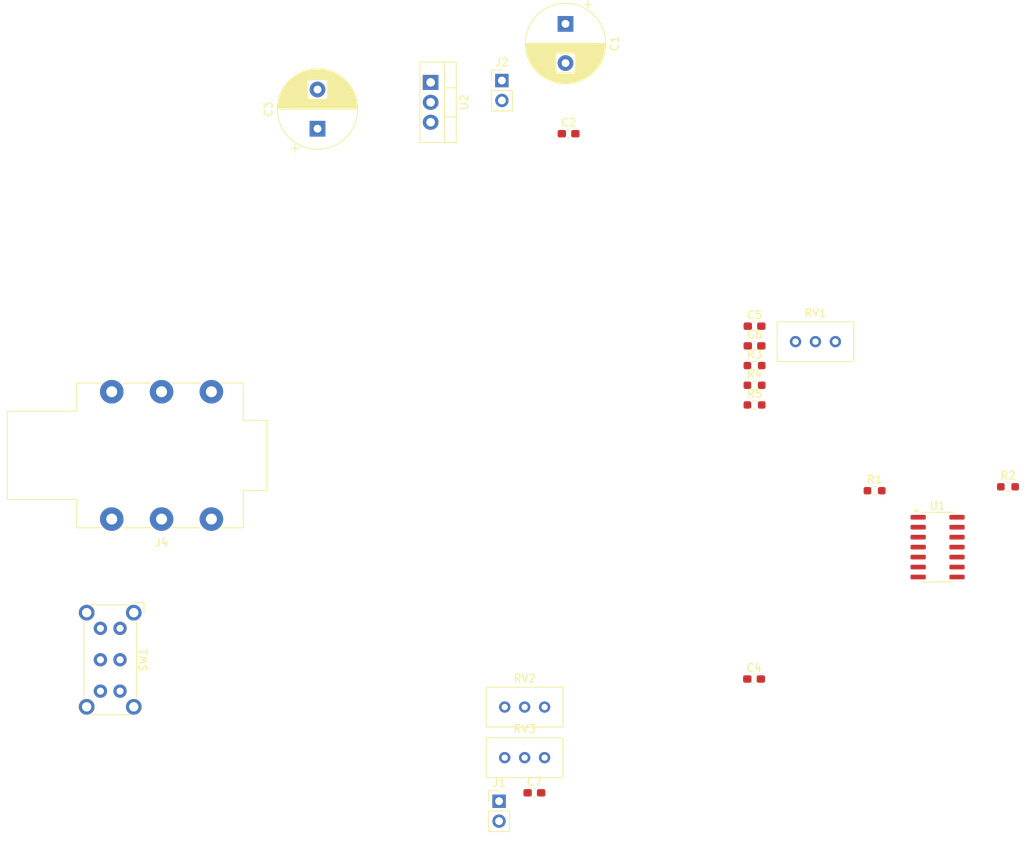
<source format=kicad_pcb>
(kicad_pcb (version 20240108) (generator "pcbnew") (generator_version "8.0")
  (layers (0 "F.Cu" signal) (31 "B.Cu" signal) (34 "B.Paste" user) (35 "F.Paste" user) (36 "B.SilkS" user "B.Silkscreen") (37 "F.SilkS" user "F.Silkscreen") (38 "B.Mask" user) (39 "F.Mask" user) (44 "Edge.Cuts" user))
  (net 0 "")
  (net 1 "Net-(J1-Pin_2)")
  (net 2 "/OscillatorVoltage")
  (net 3 "Net-(U1D-+)")
  (net 4 "5V")
  (net 5 "Net-(J2-Pin_2)")
  (net 6 "Net-(U1B-+)")
  (net 7 "Net-(J4-PadTN)")
  (net 8 "Net-(U1A-+)")
  (net 9 "Net-(R1-Pad2)")
  (net 10 "GND")
  (net 11 "Net-(J4-PadS)")
  (net 12 "Net-(J4-PadR)")
  (net 13 "Net-(U1C-+)")
  (net 14 "Net-(R2-Pad1)")
  (net 15 "VREF_HIGH")
  (net 16 "VREF_LOW")
  (footprint "Resistor_SMD:R_0603_1608Metric_Pad0.98x0.95mm_HandSolder" (layer "F.Cu") (at 141.5 94)
    (property "Reference" "R2" (at 0 -1.43 0) (layer "F.SilkS"))
    (property "Value" "100K")
    (pad "1" smd roundrect (at -0.9125 0) (size 0.975 0.95) (layers "F.Cu" "F.Paste" "F.Mask") (net 14 "Net-(R2-Pad1)"))
    (pad "2" smd roundrect (at 0.9125 0) (size 0.975 0.95) (layers "F.Cu" "F.Paste" "F.Mask") (net 8 "Net-(U1A-+)"))
  )
  (footprint "Resistor_SMD:R_0603_1608Metric_Pad0.98x0.95mm_HandSolder" (layer "F.Cu") (at 109.2 81.06)
    (property "Reference" "R4" (at 0 -1.43 0) (layer "F.SilkS"))
    (property "Value" "100")
    (pad "1" smd roundrect (at -0.9125 0) (size 0.975 0.95) (layers "F.Cu" "F.Paste" "F.Mask") (net 14 "Net-(R2-Pad1)"))
    (pad "2" smd roundrect (at 0.9125 0) (size 0.975 0.95) (layers "F.Cu" "F.Paste" "F.Mask") (net 4 "5V"))
  )
  (footprint "Capacitor_SMD:C_0603_1608Metric_Pad1.08x0.95mm_HandSolder" (layer "F.Cu") (at 109.1375 118.5)
    (property "Reference" "C4" (at 0 -1.43 0) (layer "F.SilkS"))
    (property "Value" "100n")
    (pad "1" smd roundrect (at -0.8625 0) (size 1.075 0.95) (layers "F.Cu" "F.Paste" "F.Mask") (net 4 "5V"))
    (pad "2" smd roundrect (at 0.8625 0) (size 1.075 0.95) (layers "F.Cu" "F.Paste" "F.Mask") (net 10 "GND"))
  )
  (footprint "Capacitor_SMD:C_0603_1608Metric_Pad1.08x0.95mm_HandSolder" (layer "F.Cu") (at 81.1375 133)
    (property "Reference" "C7" (at 0 -1.43 0) (layer "F.SilkS"))
    (property "Value" "100n")
    (pad "1" smd roundrect (at -0.8625 0) (size 1.075 0.95) (layers "F.Cu" "F.Paste" "F.Mask") (net 3 "Net-(U1D-+)"))
    (pad "2" smd roundrect (at 0.8625 0) (size 1.075 0.95) (layers "F.Cu" "F.Paste" "F.Mask") (net 10 "GND"))
  )
  (footprint "Potentiometer_THT:Potentiometer_Bourns_3296W_Vertical" (layer "F.Cu") (at 82.4375 128.52)
    (property "Reference" "RV3" (at -2.54 -3.66 0) (layer "F.SilkS"))
    (property "Value" "100k")
    (pad "1" thru_hole circle (at 0 0) (size 1.44 1.44) (drill 0.8) (layers "*.Cu" "*.Mask") (net 16 "VREF_LOW"))
    (pad "2" thru_hole circle (at -2.54 0) (size 1.44 1.44) (drill 0.8) (layers "*.Cu" "*.Mask") (net 7 "Net-(J4-PadTN)"))
    (pad "3" thru_hole circle (at -5.08 0) (size 1.44 1.44) (drill 0.8) (layers "*.Cu" "*.Mask") (net 15 "VREF_HIGH"))
  )
  (footprint "Resistor_SMD:R_0603_1608Metric_Pad0.98x0.95mm_HandSolder" (layer "F.Cu") (at 109.2 78.55)
    (property "Reference" "R3" (at 0 -1.43 0) (layer "F.SilkS"))
    (property "Value" "10K")
    (pad "1" smd roundrect (at -0.9125 0) (size 0.975 0.95) (layers "F.Cu" "F.Paste" "F.Mask") (net 9 "Net-(R1-Pad2)"))
    (pad "2" smd roundrect (at 0.9125 0) (size 0.975 0.95) (layers "F.Cu" "F.Paste" "F.Mask") (net 2 "/OscillatorVoltage"))
  )
  (footprint "Capacitor_SMD:C_0603_1608Metric_Pad1.08x0.95mm_HandSolder" (layer "F.Cu") (at 85.5 49)
    (property "Reference" "C2" (at 0 -1.43 0) (layer "F.SilkS"))
    (property "Value" "100n")
    (pad "1" smd roundrect (at -0.8625 0) (size 1.075 0.95) (layers "F.Cu" "F.Paste" "F.Mask") (net 1 "Net-(J1-Pin_2)"))
    (pad "2" smd roundrect (at 0.8625 0) (size 1.075 0.95) (layers "F.Cu" "F.Paste" "F.Mask") (net 10 "GND"))
  )
  (footprint "Capacitor_SMD:C_0603_1608Metric_Pad1.08x0.95mm_HandSolder" (layer "F.Cu") (at 109.2 76.04)
    (property "Reference" "C6" (at 0 -1.43 0) (layer "F.SilkS"))
    (property "Value" "100n")
    (pad "1" smd roundrect (at -0.8625 0) (size 1.075 0.95) (layers "F.Cu" "F.Paste" "F.Mask") (net 13 "Net-(U1C-+)"))
    (pad "2" smd roundrect (at 0.8625 0) (size 1.075 0.95) (layers "F.Cu" "F.Paste" "F.Mask") (net 10 "GND"))
  )
  (footprint "Potentiometer_THT:Potentiometer_Bourns_3296W_Vertical" (layer "F.Cu") (at 82.4375 122.07)
    (property "Reference" "RV2" (at -2.54 -3.66 0) (layer "F.SilkS"))
    (property "Value" "100k")
    (pad "1" thru_hole circle (at 0 0) (size 1.44 1.44) (drill 0.8) (layers "*.Cu" "*.Mask") (net 4 "5V"))
    (pad "2" thru_hole circle (at -2.54 0) (size 1.44 1.44) (drill 0.8) (layers "*.Cu" "*.Mask") (net 3 "Net-(U1D-+)"))
    (pad "3" thru_hole circle (at -5.08 0) (size 1.44 1.44) (drill 0.8) (layers "*.Cu" "*.Mask") (net 10 "GND"))
  )
  (footprint "Connector_PinHeader_2.54mm:PinHeader_1x02_P2.54mm_Vertical" (layer "F.Cu") (at 76.6375 134.07)
    (property "Reference" "J1" (at 0 -2.33 0) (layer "F.SilkS"))
    (property "Value" "PowerIn")
    (pad "1" thru_hole rect (at 0 0) (size 1.7 1.7) (drill 1) (layers "*.Cu" "*.Mask") (net 10 "GND"))
    (pad "2" thru_hole oval (at 0 2.54) (size 1.7 1.7) (drill 1) (layers "*.Cu" "*.Mask") (net 1 "Net-(J1-Pin_2)"))
  )
  (footprint "Package_SO:SOIC-14_3.9x8.7mm_P1.27mm" (layer "F.Cu") (at 132.525 101.69)
    (property "Reference" "U1" (at 0 -5.28 0) (layer "F.SilkS"))
    (property "Value" "TLV2374")
    (pad "1" smd roundrect (at -2.475 -3.81) (size 1.95 0.6) (layers "F.Cu" "F.Paste" "F.Mask") (net 9 "Net-(R1-Pad2)"))
    (pad "2" smd roundrect (at -2.475 -2.54) (size 1.95 0.6) (layers "F.Cu" "F.Paste" "F.Mask") (net 2 "/OscillatorVoltage"))
    (pad "3" smd roundrect (at -2.475 -1.27) (size 1.95 0.6) (layers "F.Cu" "F.Paste" "F.Mask") (net 8 "Net-(U1A-+)"))
    (pad "4" smd roundrect (at -2.475 0) (size 1.95 0.6) (layers "F.Cu" "F.Paste" "F.Mask") (net 4 "5V"))
    (pad "5" smd roundrect (at -2.475 1.27) (size 1.95 0.6) (layers "F.Cu" "F.Paste" "F.Mask") (net 6 "Net-(U1B-+)"))
    (pad "6" smd roundrect (at -2.475 2.54) (size 1.95 0.6) (layers "F.Cu" "F.Paste" "F.Mask") (net 2 "/OscillatorVoltage"))
    (pad "7" smd roundrect (at -2.475 3.81) (size 1.95 0.6) (layers "F.Cu" "F.Paste" "F.Mask") (net 5 "Net-(J2-Pin_2)"))
    (pad "8" smd roundrect (at 2.475 3.81) (size 1.95 0.6) (layers "F.Cu" "F.Paste" "F.Mask") (net 16 "VREF_LOW"))
    (pad "9" smd roundrect (at 2.475 2.54) (size 1.95 0.6) (layers "F.Cu" "F.Paste" "F.Mask") (net 16 "VREF_LOW"))
    (pad "10" smd roundrect (at 2.475 1.27) (size 1.95 0.6) (layers "F.Cu" "F.Paste" "F.Mask") (net 13 "Net-(U1C-+)"))
    (pad "11" smd roundrect (at 2.475 0) (size 1.95 0.6) (layers "F.Cu" "F.Paste" "F.Mask") (net 10 "GND"))
    (pad "12" smd roundrect (at 2.475 -1.27) (size 1.95 0.6) (layers "F.Cu" "F.Paste" "F.Mask") (net 3 "Net-(U1D-+)"))
    (pad "13" smd roundrect (at 2.475 -2.54) (size 1.95 0.6) (layers "F.Cu" "F.Paste" "F.Mask") (net 15 "VREF_HIGH"))
    (pad "14" smd roundrect (at 2.475 -3.81) (size 1.95 0.6) (layers "F.Cu" "F.Paste" "F.Mask") (net 15 "VREF_HIGH"))
  )
  (footprint "Connector_Audio:Jack_6.35mm_Neutrik_NMJ6HHD2_Horizontal" (layer "F.Cu") (at 39.975 98.115 180)
    (property "Reference" "J4" (at 6.35 -3 180) (layer "F.SilkS"))
    (property "Value" "NMJ6HHD2")
    (pad "R" thru_hole circle (at 6.35 0 180) (size 3 3) (drill 1.4) (layers "*.Cu" "*.Mask") (net 12 "Net-(J4-PadR)"))
    (pad "RN" thru_hole circle (at 6.35 16.23 180) (size 3 3) (drill 1.4) (layers "*.Cu" "*.Mask"))
    (pad "S" thru_hole circle (at 12.7 0 180) (size 3 3) (drill 1.4) (layers "*.Cu" "*.Mask") (net 11 "Net-(J4-PadS)"))
    (pad "SN" thru_hole circle (at 12.7 16.23 180) (size 3 3) (drill 1.4) (layers "*.Cu" "*.Mask"))
    (pad "T" thru_hole circle (at 0 0 180) (size 3 3) (drill 1.4) (layers "*.Cu" "*.Mask") (net 6 "Net-(U1B-+)"))
    (pad "TN" thru_hole circle (at 0 16.23 180) (size 3 3) (drill 1.4) (layers "*.Cu" "*.Mask") (net 7 "Net-(J4-PadTN)"))
  )
  (footprint "Resistor_SMD:R_0603_1608Metric_Pad0.98x0.95mm_HandSolder" (layer "F.Cu") (at 109.2 83.57)
    (property "Reference" "R5" (at 0 -1.43 0) (layer "F.SilkS"))
    (property "Value" "100")
    (pad "1" smd roundrect (at -0.9125 0) (size 0.975 0.95) (layers "F.Cu" "F.Paste" "F.Mask") (net 10 "GND"))
    (pad "2" smd roundrect (at 0.9125 0) (size 0.975 0.95) (layers "F.Cu" "F.Paste" "F.Mask") (net 14 "Net-(R2-Pad1)"))
  )
  (footprint "Capacitor_SMD:C_0603_1608Metric_Pad1.08x0.95mm_HandSolder" (layer "F.Cu") (at 109.2 73.53)
    (property "Reference" "C5" (at 0 -1.43 0) (layer "F.SilkS"))
    (property "Value" "100n")
    (pad "1" smd roundrect (at -0.8625 0) (size 1.075 0.95) (layers "F.Cu" "F.Paste" "F.Mask") (net 2 "/OscillatorVoltage"))
    (pad "2" smd roundrect (at 0.8625 0) (size 1.075 0.95) (layers "F.Cu" "F.Paste" "F.Mask") (net 10 "GND"))
  )
  (footprint "Capacitor_THT:CP_Radial_D10.0mm_P5.00mm" (layer "F.Cu") (at 85.1075 35 -90)
    (property "Reference" "C1" (at 2.5 -6.25 -90) (layer "F.SilkS"))
    (property "Value" "10u")
    (pad "1" thru_hole rect (at 0 0 270) (size 2 2) (drill 1) (layers "*.Cu" "*.Mask") (net 1 "Net-(J1-Pin_2)"))
    (pad "2" thru_hole circle (at 5 0 270) (size 2 2) (drill 1) (layers "*.Cu" "*.Mask") (net 10 "GND"))
  )
  (footprint "Button_Switch_THT:SW_E-Switch_EG2219_DPDT_Angled" (layer "F.Cu") (at 28.3325 112.0425 -90)
    (property "Reference" "SW1" (at 4 -2.95 90) (layer "F.SilkS"))
    (property "Value" "SW_Push_DPDT")
    (pad "" thru_hole circle (at -2 -1.75 270) (size 2 2) (drill 1.2) (layers "*.Cu" "*.Mask"))
    (pad "" thru_hole circle (at -2 4.25 270) (size 2 2) (drill 1.2) (layers "*.Cu" "*.Mask"))
    (pad "" thru_hole circle (at 10 -1.75 270) (size 2 2) (drill 1.2) (layers "*.Cu" "*.Mask"))
    (pad "" thru_hole circle (at 10 4.25 270) (size 2 2) (drill 1.2) (layers "*.Cu" "*.Mask"))
    (pad "1" thru_hole circle (at 0 0 270) (size 1.7 1.7) (drill 0.9) (layers "*.Cu" "*.Mask") (net 16 "VREF_LOW"))
    (pad "2" thru_hole circle (at 4 0 270) (size 1.7 1.7) (drill 0.9) (layers "*.Cu" "*.Mask") (net 11 "Net-(J4-PadS)"))
    (pad "3" thru_hole circle (at 8 0 270) (size 1.7 1.7) (drill 0.9) (layers "*.Cu" "*.Mask") (net 15 "VREF_HIGH"))
    (pad "4" thru_hole circle (at 0 2.5 270) (size 1.7 1.7) (drill 0.9) (layers "*.Cu" "*.Mask") (net 15 "VREF_HIGH"))
    (pad "5" thru_hole circle (at 4 2.5 270) (size 1.7 1.7) (drill 0.9) (layers "*.Cu" "*.Mask") (net 12 "Net-(J4-PadR)"))
    (pad "6" thru_hole circle (at 8 2.5 270) (size 1.7 1.7) (drill 0.9) (layers "*.Cu" "*.Mask") (net 16 "VREF_LOW"))
  )
  (footprint "Package_TO_SOT_THT:TO-220-3_Vertical" (layer "F.Cu") (at 67.92 42.46 -90)
    (property "Reference" "U2" (at 2.54 -4.27 90) (layer "F.SilkS"))
    (property "Value" "LM7805_TO220")
    (pad "1" thru_hole rect (at 0 0 270) (size 1.905 2) (drill 1.1) (layers "*.Cu" "*.Mask") (net 1 "Net-(J1-Pin_2)"))
    (pad "2" thru_hole oval (at 2.54 0 270) (size 1.905 2) (drill 1.1) (layers "*.Cu" "*.Mask") (net 10 "GND"))
    (pad "3" thru_hole oval (at 5.08 0 270) (size 1.905 2) (drill 1.1) (layers "*.Cu" "*.Mask") (net 4 "5V"))
  )
  (footprint "Connector_PinHeader_2.54mm:PinHeader_1x02_P2.54mm_Vertical" (layer "F.Cu") (at 77 42.225)
    (property "Reference" "J2" (at 0 -2.33 0) (layer "F.SilkS"))
    (property "Value" "PWM_out")
    (pad "1" thru_hole rect (at 0 0) (size 1.7 1.7) (drill 1) (layers "*.Cu" "*.Mask") (net 10 "GND"))
    (pad "2" thru_hole oval (at 0 2.54) (size 1.7 1.7) (drill 1) (layers "*.Cu" "*.Mask") (net 5 "Net-(J2-Pin_2)"))
  )
  (footprint "Potentiometer_THT:Potentiometer_Bourns_3296W_Vertical" (layer "F.Cu") (at 119.5 75.5)
    (property "Reference" "RV1" (at -2.54 -3.66 0) (layer "F.SilkS"))
    (property "Value" "100k")
    (pad "1" thru_hole circle (at 0 0) (size 1.44 1.44) (drill 0.8) (layers "*.Cu" "*.Mask") (net 4 "5V"))
    (pad "2" thru_hole circle (at -2.54 0) (size 1.44 1.44) (drill 0.8) (layers "*.Cu" "*.Mask") (net 13 "Net-(U1C-+)"))
    (pad "3" thru_hole circle (at -5.08 0) (size 1.44 1.44) (drill 0.8) (layers "*.Cu" "*.Mask") (net 10 "GND"))
  )
  (footprint "Resistor_SMD:R_0603_1608Metric_Pad0.98x0.95mm_HandSolder" (layer "F.Cu") (at 124.5 94.5)
    (property "Reference" "R1" (at 0 -1.43 0) (layer "F.SilkS"))
    (property "Value" "100K")
    (pad "1" smd roundrect (at -0.9125 0) (size 0.975 0.95) (layers "F.Cu" "F.Paste" "F.Mask") (net 8 "Net-(U1A-+)"))
    (pad "2" smd roundrect (at 0.9125 0) (size 0.975 0.95) (layers "F.Cu" "F.Paste" "F.Mask") (net 9 "Net-(R1-Pad2)"))
  )
  (footprint "Capacitor_THT:CP_Radial_D10.0mm_P5.00mm" (layer "F.Cu") (at 53.5 48.367677 90)
    (property "Reference" "C3" (at 2.5 -6.25 -90) (layer "F.SilkS"))
    (property "Value" "10u")
    (pad "1" thru_hole rect (at 0 0 90) (size 2 2) (drill 1) (layers "*.Cu" "*.Mask") (net 4 "5V"))
    (pad "2" thru_hole circle (at 5 0 90) (size 2 2) (drill 1) (layers "*.Cu" "*.Mask") (net 10 "GND"))
  )
)
</source>
